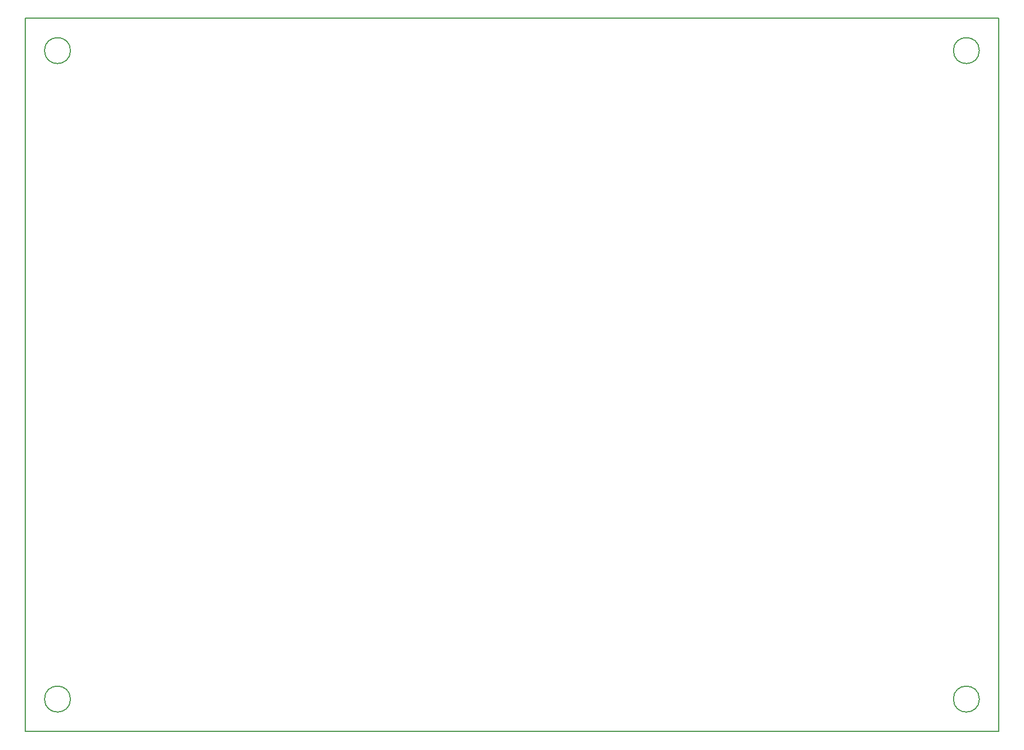
<source format=gm1>
G04 #@! TF.GenerationSoftware,KiCad,Pcbnew,9.0.0*
G04 #@! TF.CreationDate,2025-04-08T11:49:15-04:00*
G04 #@! TF.ProjectId,PCB_control,5043425f-636f-46e7-9472-6f6c2e6b6963,rev?*
G04 #@! TF.SameCoordinates,Original*
G04 #@! TF.FileFunction,Profile,NP*
%FSLAX46Y46*%
G04 Gerber Fmt 4.6, Leading zero omitted, Abs format (unit mm)*
G04 Created by KiCad (PCBNEW 9.0.0) date 2025-04-08 11:49:15*
%MOMM*%
%LPD*%
G01*
G04 APERTURE LIST*
G04 #@! TA.AperFunction,Profile*
%ADD10C,0.200000*%
G04 #@! TD*
G04 APERTURE END LIST*
D10*
X27000000Y-25000000D02*
G75*
G02*
X23000000Y-25000000I-2000000J0D01*
G01*
X23000000Y-25000000D02*
G75*
G02*
X27000000Y-25000000I2000000J0D01*
G01*
X20000000Y-20000000D02*
X170000000Y-20000000D01*
X170000000Y-130000000D01*
X20000000Y-130000000D01*
X20000000Y-20000000D01*
X27000000Y-125000000D02*
G75*
G02*
X23000000Y-125000000I-2000000J0D01*
G01*
X23000000Y-125000000D02*
G75*
G02*
X27000000Y-125000000I2000000J0D01*
G01*
X167000000Y-125000000D02*
G75*
G02*
X163000000Y-125000000I-2000000J0D01*
G01*
X163000000Y-125000000D02*
G75*
G02*
X167000000Y-125000000I2000000J0D01*
G01*
X167000000Y-25000000D02*
G75*
G02*
X163000000Y-25000000I-2000000J0D01*
G01*
X163000000Y-25000000D02*
G75*
G02*
X167000000Y-25000000I2000000J0D01*
G01*
M02*

</source>
